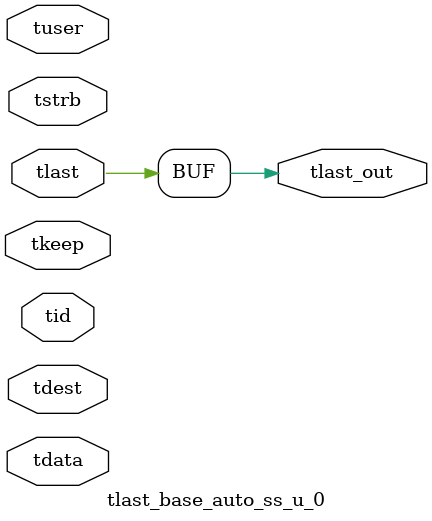
<source format=v>


`timescale 1ps/1ps

module tlast_base_auto_ss_u_0 #
(
parameter C_S_AXIS_TID_WIDTH   = 1,
parameter C_S_AXIS_TUSER_WIDTH = 0,
parameter C_S_AXIS_TDATA_WIDTH = 0,
parameter C_S_AXIS_TDEST_WIDTH = 0
)
(
input  [(C_S_AXIS_TID_WIDTH   == 0 ? 1 : C_S_AXIS_TID_WIDTH)-1:0       ] tid,
input  [(C_S_AXIS_TDATA_WIDTH == 0 ? 1 : C_S_AXIS_TDATA_WIDTH)-1:0     ] tdata,
input  [(C_S_AXIS_TUSER_WIDTH == 0 ? 1 : C_S_AXIS_TUSER_WIDTH)-1:0     ] tuser,
input  [(C_S_AXIS_TDEST_WIDTH == 0 ? 1 : C_S_AXIS_TDEST_WIDTH)-1:0     ] tdest,
input  [(C_S_AXIS_TDATA_WIDTH/8)-1:0 ] tkeep,
input  [(C_S_AXIS_TDATA_WIDTH/8)-1:0 ] tstrb,
input  [0:0]                                                             tlast,
output                                                                   tlast_out
);

assign tlast_out = {tlast};

endmodule


</source>
